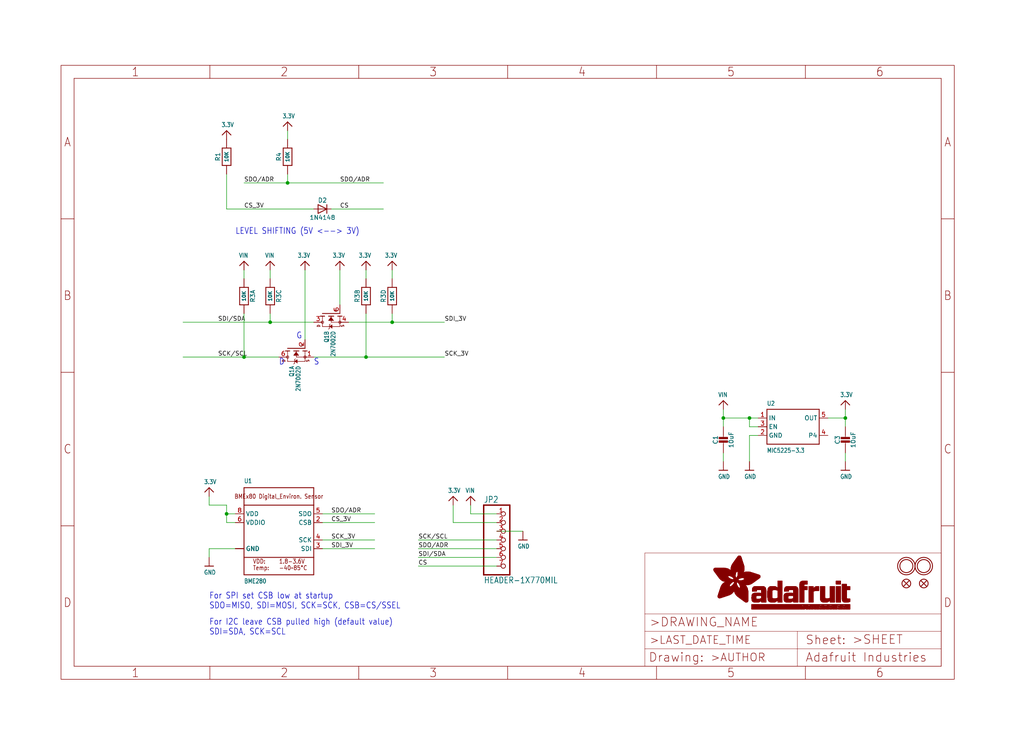
<source format=kicad_sch>
(kicad_sch (version 20211123) (generator eeschema)
  (paper "User" 298.45 217.881)
  (lib_symbols
    (symbol "eagleSchem-eagle-import:3.3V" (power)
      (property "Value" "3.3V" (at -1.524 1.016 0))
      (symbol "3.3V_1_0"
        (pin power_in line (at 0 -2.54 90) (length 2.54) (name "3.3V") (number "1"))
      )
    )
    (symbol "eagleSchem-eagle-import:BME680"
      (property "Reference" "IC" (at -10.16 13.97 0))
      (property "Value" "BME680" (at -10.16 -15.24 0))
      (symbol "BME680_1_0"
        (text "-40~85°C" (at 0 -11.43 0) (effects (font (size 1.27 1.0795)) (justify left bottom)))
        (text "1.8-3.6V" (at 0 -9.525 0) (effects (font (size 1.27 1.0795)) (justify left bottom)))
        (text "BMEx80 Digital_Environ. Sensor" (at 0 10.16 0) (effects (font (size 1.27 1.0795))))
        (text "Temp:" (at -7.62 -11.43 0) (effects (font (size 1.27 1.0795)) (justify left bottom)))
        (text "VDD:" (at -7.62 -9.525 0) (effects (font (size 1.27 1.0795)) (justify left bottom)))
        (pin power_in line (at -12.7 -5.08 0) (length 2.54) (name "GND") (number "1"))
        (pin input line (at 12.7 2.54 180) (length 2.54) (name "CSB") (number "2"))
        (pin input line (at 12.7 -5.08 180) (length 2.54) (name "SDI") (number "3"))
        (pin input line (at 12.7 -2.54 180) (length 2.54) (name "SCK") (number "4"))
        (pin output line (at 12.7 5.08 180) (length 2.54) (name "SDO") (number "5"))
        (pin power_in line (at -12.7 2.54 0) (length 2.54) (name "VDDIO") (number "6"))
        (pin power_in line (at -12.7 -5.08 0) (length 2.54) (name "GND") (number "7"))
        (pin power_in line (at -12.7 5.08 0) (length 2.54) (name "VDD") (number "8"))
      )
    )
    (symbol "eagleSchem-eagle-import:CAP_CERAMIC0805-NOOUTLINE"
      (property "Reference" "C" (at -2.29 1.25 90))
      (property "Value" "CAP_CERAMIC0805-NOOUTLINE" (at 2.3 1.25 90))
      (symbol "CAP_CERAMIC0805-NOOUTLINE_1_0"
        (pin passive line (at 0 5.08 270) (length 2.54) (name "1") (number "1"))
        (pin passive line (at 0 -2.54 90) (length 2.54) (name "2") (number "2"))
      )
    )
    (symbol "eagleSchem-eagle-import:DIODESOD-323"
      (property "Reference" "D" (at 0 2.54 0))
      (property "Value" "DIODESOD-323" (at 0 -2.5 0))
      (symbol "DIODESOD-323_1_0"
        (pin passive line (at -2.54 0 0) (length 2.54) (name "A") (number "A"))
        (pin passive line (at 2.54 0 180) (length 2.54) (name "C") (number "C"))
      )
    )
    (symbol "eagleSchem-eagle-import:FIDUCIAL_1MM")
    (symbol "eagleSchem-eagle-import:FRAME_A4_ADAFRUIT"
      (symbol "FRAME_A4_ADAFRUIT_1_0"
        (text "1" (at 21.6958 1.905 0) (effects (font (size 2.54 2.286))))
        (text "1" (at 21.6958 177.165 0) (effects (font (size 2.54 2.286))))
        (text "2" (at 65.0875 1.905 0) (effects (font (size 2.54 2.286))))
        (text "2" (at 65.0875 177.165 0) (effects (font (size 2.54 2.286))))
        (text "3" (at 108.4792 1.905 0) (effects (font (size 2.54 2.286))))
        (text "3" (at 108.4792 177.165 0) (effects (font (size 2.54 2.286))))
        (text "4" (at 151.8708 1.905 0) (effects (font (size 2.54 2.286))))
        (text "4" (at 151.8708 177.165 0) (effects (font (size 2.54 2.286))))
        (text "5" (at 195.2625 1.905 0) (effects (font (size 2.54 2.286))))
        (text "5" (at 195.2625 177.165 0) (effects (font (size 2.54 2.286))))
        (text "6" (at 238.6542 1.905 0) (effects (font (size 2.54 2.286))))
        (text "6" (at 238.6542 177.165 0) (effects (font (size 2.54 2.286))))
        (text ">AUTHOR" (at 189.23 5.08 0) (effects (font (size 2.286 2.286)) (justify left bottom)))
        (text ">DRAWING_NAME" (at 171.45 15.24 0) (effects (font (size 2.54 2.54)) (justify left bottom)))
        (text ">LAST_DATE_TIME" (at 171.45 10.16 0) (effects (font (size 2.286 2.286)) (justify left bottom)))
        (text ">SHEET" (at 230.505 10.16 0) (effects (font (size 2.54 2.54)) (justify left bottom)))
        (text "A" (at 1.905 156.6863 0) (effects (font (size 2.54 2.286))))
        (text "A" (at 258.445 156.6863 0) (effects (font (size 2.54 2.286))))
        (text "Adafruit Industries" (at 216.916 4.953 0) (effects (font (size 2.54 2.54)) (justify left bottom)))
        (text "B" (at 1.905 111.9188 0) (effects (font (size 2.54 2.286))))
        (text "B" (at 258.445 111.9188 0) (effects (font (size 2.54 2.286))))
        (text "C" (at 1.905 67.1513 0) (effects (font (size 2.54 2.286))))
        (text "C" (at 258.445 67.1513 0) (effects (font (size 2.54 2.286))))
        (text "D" (at 1.905 22.3838 0) (effects (font (size 2.54 2.286))))
        (text "D" (at 258.445 22.3838 0) (effects (font (size 2.54 2.286))))
        (text "Drawing:" (at 171.196 4.953 0) (effects (font (size 2.54 2.54)) (justify left bottom)))
        (text "Sheet:" (at 216.916 10.033 0) (effects (font (size 2.54 2.54)) (justify left bottom)))
      )
    )
    (symbol "eagleSchem-eagle-import:GND" (power)
      (property "Value" "GND" (at -1.524 -2.54 0))
      (symbol "GND_1_0"
        (pin power_in line (at 0 2.54 270) (length 2.54) (name "GND") (number "1"))
      )
    )
    (symbol "eagleSchem-eagle-import:HEADER-1X770MIL"
      (property "Reference" "JP" (at -6.35 10.795 0))
      (property "Value" "HEADER-1X770MIL" (at -6.35 -12.7 0))
      (symbol "HEADER-1X770MIL_1_0"
        (pin passive inverted (at -2.54 7.62 0) (length 2.54) (name "1") (number "1"))
        (pin passive inverted (at -2.54 5.08 0) (length 2.54) (name "2") (number "2"))
        (pin passive inverted (at -2.54 2.54 0) (length 2.54) (name "3") (number "3"))
        (pin passive inverted (at -2.54 0 0) (length 2.54) (name "4") (number "4"))
        (pin passive inverted (at -2.54 -2.54 0) (length 2.54) (name "5") (number "5"))
        (pin passive inverted (at -2.54 -5.08 0) (length 2.54) (name "6") (number "6"))
        (pin passive inverted (at -2.54 -7.62 0) (length 2.54) (name "7") (number "7"))
      )
    )
    (symbol "eagleSchem-eagle-import:MOSFET-N_DUAL"
      (property "Reference" "Q" (at 5.08 0.635 0))
      (property "Value" "MOSFET-N_DUAL" (at 5.08 -1.27 0))
      (symbol "MOSFET-N_DUAL_1_0"
        (text "D" (at 3.175 3.175 0) (effects (font (size 0.8128 0.6908)) (justify left bottom)))
        (text "G" (at -1.27 -1.905 0) (effects (font (size 0.8128 0.6908)) (justify left bottom)))
        (text "S" (at 3.175 -3.81 0) (effects (font (size 0.8128 0.6908)) (justify left bottom)))
        (pin bidirectional line (at 2.54 -5.08 90) (length 2.54) (name "S") (number "1"))
        (pin bidirectional line (at -2.54 -2.54 0) (length 2.54) (name "G") (number "2"))
        (pin bidirectional line (at 2.54 5.08 270) (length 2.54) (name "D") (number "6"))
      )
      (symbol "MOSFET-N_DUAL_2_0"
        (text "D" (at 3.175 3.175 0) (effects (font (size 0.8128 0.6908)) (justify left bottom)))
        (text "G" (at -1.27 -1.905 0) (effects (font (size 0.8128 0.6908)) (justify left bottom)))
        (text "S" (at 3.175 -3.81 0) (effects (font (size 0.8128 0.6908)) (justify left bottom)))
        (pin bidirectional line (at 2.54 5.08 270) (length 2.54) (name "D") (number "3"))
        (pin bidirectional line (at 2.54 -5.08 90) (length 2.54) (name "S") (number "4"))
        (pin bidirectional line (at -2.54 -2.54 0) (length 2.54) (name "G") (number "5"))
      )
    )
    (symbol "eagleSchem-eagle-import:MOUNTINGHOLE2.0")
    (symbol "eagleSchem-eagle-import:RESISTOR_0603_NOOUT"
      (property "Reference" "R" (at 0 2.54 0))
      (property "Value" "RESISTOR_0603_NOOUT" (at 0 0 0))
      (symbol "RESISTOR_0603_NOOUT_1_0"
        (pin passive line (at -5.08 0 0) (length 2.54) (name "1") (number "1"))
        (pin passive line (at 5.08 0 180) (length 2.54) (name "2") (number "2"))
      )
    )
    (symbol "eagleSchem-eagle-import:RESISTOR_4PACK"
      (property "Reference" "R" (at 0 2.54 0))
      (property "Value" "RESISTOR_4PACK" (at 0 0 0))
      (symbol "RESISTOR_4PACK_1_0"
        (pin passive line (at -5.08 0 0) (length 2.54) (name "1") (number "1"))
        (pin passive line (at 5.08 0 180) (length 2.54) (name "2") (number "8"))
      )
      (symbol "RESISTOR_4PACK_2_0"
        (pin passive line (at -5.08 0 0) (length 2.54) (name "1") (number "2"))
        (pin passive line (at 5.08 0 180) (length 2.54) (name "2") (number "7"))
      )
      (symbol "RESISTOR_4PACK_3_0"
        (pin passive line (at -5.08 0 0) (length 2.54) (name "1") (number "3"))
        (pin passive line (at 5.08 0 180) (length 2.54) (name "2") (number "6"))
      )
      (symbol "RESISTOR_4PACK_4_0"
        (pin passive line (at -5.08 0 0) (length 2.54) (name "1") (number "4"))
        (pin passive line (at 5.08 0 180) (length 2.54) (name "2") (number "5"))
      )
    )
    (symbol "eagleSchem-eagle-import:VIN" (power)
      (property "Value" "VIN" (at -1.524 1.016 0))
      (symbol "VIN_1_0"
        (pin power_in line (at 0 -2.54 90) (length 2.54) (name "VIN") (number "1"))
      )
    )
    (symbol "eagleSchem-eagle-import:VREG_SOT23-5"
      (property "Reference" "U" (at -7.62 6.096 0))
      (property "Value" "VREG_SOT23-5" (at -7.62 -7.62 0))
      (symbol "VREG_SOT23-5_1_0"
        (pin power_in line (at -10.16 2.54 0) (length 2.54) (name "IN") (number "1"))
        (pin power_in line (at -10.16 -2.54 0) (length 2.54) (name "GND") (number "2"))
        (pin input line (at -10.16 0 0) (length 2.54) (name "EN") (number "3"))
        (pin bidirectional line (at 10.16 -2.54 180) (length 2.54) (name "P4") (number "4"))
        (pin power_in line (at 10.16 2.54 180) (length 2.54) (name "OUT") (number "5"))
      )
    )
  )
  (junction (at 246.38 121.92))
  (junction (at 218.44 121.92))
  (junction (at 66.04 149.86))
  (junction (at 210.82 121.92))
  (junction (at 71.12 104.14))
  (junction (at 78.74 93.98))
  (junction (at 114.3 93.98))
  (junction (at 106.68 104.14))
  (junction (at 83.82 53.34))
  (wire (pts (xy 132.08 152.4) (xy 132.08 147.32)))
  (wire (pts (xy 93.98 152.4) (xy 109.22 152.4)))
  (wire (pts (xy 210.82 121.92) (xy 210.82 124.46)))
  (wire (pts (xy 114.3 81.28) (xy 114.3 78.74)))
  (wire (pts (xy 78.74 93.98) (xy 53.34 93.98)))
  (wire (pts (xy 66.04 149.86) (xy 66.04 152.4)))
  (wire (pts (xy 109.22 157.48) (xy 93.98 157.48)))
  (wire (pts (xy 93.98 160.02) (xy 109.22 160.02)))
  (wire (pts (xy 78.74 91.44) (xy 78.74 93.98)))
  (wire (pts (xy 210.82 132.08) (xy 210.82 134.62)))
  (wire (pts (xy 246.38 121.92) (xy 246.38 124.46)))
  (wire (pts (xy 218.44 121.92) (xy 210.82 121.92)))
  (wire (pts (xy 60.96 144.78) (xy 60.96 147.32)))
  (wire (pts (xy 114.3 91.44) (xy 114.3 93.98)))
  (wire (pts (xy 144.78 157.48) (xy 121.92 157.48)))
  (wire (pts (xy 241.3 121.92) (xy 246.38 121.92)))
  (wire (pts (xy 71.12 104.14) (xy 53.34 104.14)))
  (wire (pts (xy 83.82 38.1) (xy 83.82 40.64)))
  (wire (pts (xy 144.78 165.1) (xy 121.92 165.1)))
  (wire (pts (xy 83.82 53.34) (xy 71.12 53.34)))
  (wire (pts (xy 83.82 53.34) (xy 111.76 53.34)))
  (wire (pts (xy 106.68 91.44) (xy 106.68 104.14)))
  (wire (pts (xy 220.98 127) (xy 218.44 127)))
  (wire (pts (xy 106.68 104.14) (xy 129.54 104.14)))
  (wire (pts (xy 66.04 60.96) (xy 66.04 50.8)))
  (wire (pts (xy 220.98 124.46) (xy 218.44 124.46)))
  (wire (pts (xy 99.06 88.9) (xy 99.06 78.74)))
  (wire (pts (xy 66.04 152.4) (xy 68.58 152.4)))
  (wire (pts (xy 78.74 81.28) (xy 78.74 78.74)))
  (wire (pts (xy 60.96 147.32) (xy 66.04 147.32)))
  (wire (pts (xy 60.96 160.02) (xy 68.58 160.02)))
  (wire (pts (xy 88.9 99.06) (xy 88.9 78.74)))
  (wire (pts (xy 81.28 104.14) (xy 71.12 104.14)))
  (wire (pts (xy 144.78 149.86) (xy 137.16 149.86)))
  (wire (pts (xy 66.04 147.32) (xy 66.04 149.86)))
  (wire (pts (xy 137.16 149.86) (xy 137.16 147.32)))
  (wire (pts (xy 68.58 149.86) (xy 66.04 149.86)))
  (wire (pts (xy 106.68 81.28) (xy 106.68 78.74)))
  (wire (pts (xy 144.78 152.4) (xy 132.08 152.4)))
  (wire (pts (xy 144.78 160.02) (xy 121.92 160.02)))
  (wire (pts (xy 91.44 93.98) (xy 78.74 93.98)))
  (wire (pts (xy 96.52 60.96) (xy 111.76 60.96)))
  (wire (pts (xy 144.78 154.94) (xy 152.4 154.94)))
  (wire (pts (xy 91.44 60.96) (xy 66.04 60.96)))
  (wire (pts (xy 71.12 78.74) (xy 71.12 81.28)))
  (wire (pts (xy 91.44 104.14) (xy 106.68 104.14)))
  (wire (pts (xy 101.6 93.98) (xy 114.3 93.98)))
  (wire (pts (xy 144.78 162.56) (xy 121.92 162.56)))
  (wire (pts (xy 220.98 121.92) (xy 218.44 121.92)))
  (wire (pts (xy 60.96 160.02) (xy 60.96 162.56)))
  (wire (pts (xy 114.3 93.98) (xy 129.54 93.98)))
  (wire (pts (xy 246.38 121.92) (xy 246.38 119.38)))
  (wire (pts (xy 218.44 124.46) (xy 218.44 121.92)))
  (wire (pts (xy 210.82 121.92) (xy 210.82 119.38)))
  (wire (pts (xy 71.12 91.44) (xy 71.12 104.14)))
  (wire (pts (xy 218.44 127) (xy 218.44 134.62)))
  (wire (pts (xy 83.82 50.8) (xy 83.82 53.34)))
  (wire (pts (xy 93.98 149.86) (xy 109.22 149.86)))
  (wire (pts (xy 246.38 132.08) (xy 246.38 134.62)))
  (text "For SPI set CSB low at startup\nSDO=MISO, SDI=MOSI, SCK=SCK, CSB=CS/SSEL" (at 60.96 177.8 180) (effects (font (size 1.778 1.5113)) (justify left bottom)))
  (text "D" (at 81.28 106.68 180) (effects (font (size 1.778 1.5113)) (justify left bottom)))
  (text "LEVEL SHIFTING (5V <--> 3V)" (at 68.58 68.58 180) (effects (font (size 1.778 1.5113)) (justify left bottom)))
  (text "S" (at 91.44 106.68 180) (effects (font (size 1.778 1.5113)) (justify left bottom)))
  (text "For I2C leave CSB pulled high (default value)\nSDI=SDA, SCK=SCL" (at 60.96 185.42 180) (effects (font (size 1.778 1.5113)) (justify left bottom)))
  (text "G" (at 86.36 99.06 180) (effects (font (size 1.778 1.5113)) (justify left bottom)))
  (label "CS" (at 99.06 60.96 0) (effects (font (size 1.2446 1.2446))))
  (label "SDO/ADR" (at 99.06 53.34 0) (effects (font (size 1.2446 1.2446))))
  (label "SDO/ADR" (at 71.12 53.34 0) (effects (font (size 1.2446 1.2446))))
  (label "CS" (at 121.92 165.1 0) (effects (font (size 1.2446 1.2446))))
  (label "SCK_3V" (at 96.52 157.48 0) (effects (font (size 1.2446 1.2446))))
  (label "SDI_3V" (at 96.52 160.02 0) (effects (font (size 1.2446 1.2446))))
  (label "CS_3V" (at 71.12 60.96 0) (effects (font (size 1.2446 1.2446))))
  (label "SCK/SCL" (at 63.5 104.14 0) (effects (font (size 1.2446 1.2446))))
  (label "SDI/SDA" (at 121.92 162.56 0) (effects (font (size 1.2446 1.2446))))
  (label "SDO/ADR" (at 96.52 149.86 0) (effects (font (size 1.2446 1.2446))))
  (label "SDI/SDA" (at 63.5 93.98 0) (effects (font (size 1.2446 1.2446))))
  (label "SDO/ADR" (at 121.92 160.02 0) (effects (font (size 1.2446 1.2446))))
  (label "SCK_3V" (at 129.54 104.14 0) (effects (font (size 1.2446 1.2446))))
  (label "SCK/SCL" (at 121.92 157.48 0) (effects (font (size 1.2446 1.2446))))
  (label "SDI_3V" (at 129.54 93.98 0) (effects (font (size 1.2446 1.2446))))
  (label "CS_3V" (at 96.52 152.4 0) (effects (font (size 1.2446 1.2446))))
  (symbol (lib_id "eagleSchem-eagle-import:3.3V") (at 60.96 142.24 0) (unit 1)
    (property "Reference" "#U$12" (effects hide))
    (property "Value" "3.3V" (at 59.436 141.224 0) (effects (font (size 1.27 1.0795)) (justify left bottom)))
    (property "Footprint" "eagleSchem:" (effects hide))
  )
  (symbol (lib_id "eagleSchem-eagle-import:FIDUCIAL_1MM") (at 264.16 170.18 0) (unit 1)
    (property "Reference" "U$5" (effects hide))
    (property "Value" "FIDUCIAL_1MM" (effects hide))
    (property "Footprint" "eagleSchem:FIDUCIAL_1MM" (effects hide))
  )
  (symbol (lib_id "eagleSchem-eagle-import:VREG_SOT23-5") (at 231.14 124.46 0) (unit 1)
    (property "Reference" "U2" (at 223.52 118.364 0) (effects (font (size 1.27 1.0795)) (justify left bottom)))
    (property "Value" "MIC5225-3.3" (at 223.52 132.08 0) (effects (font (size 1.27 1.0795)) (justify left bottom)))
    (property "Footprint" "eagleSchem:SOT23-5" (effects hide))
  )
  (symbol (lib_id "eagleSchem-eagle-import:RESISTOR_0603_NOOUT") (at 83.82 45.72 90) (unit 1)
    (property "Reference" "R4" (at 81.28 45.72 0))
    (property "Value" "10K" (at 83.82 45.72 0) (effects (font (size 1.016 1.016) bold)))
    (property "Footprint" "eagleSchem:0603-NO" (effects hide))
  )
  (symbol (lib_id "eagleSchem-eagle-import:VIN") (at 137.16 144.78 0) (unit 1)
    (property "Reference" "#U$9" (effects hide))
    (property "Value" "VIN" (at 135.636 143.764 0) (effects (font (size 1.27 1.0795)) (justify left bottom)))
    (property "Footprint" "eagleSchem:" (effects hide))
  )
  (symbol (lib_id "eagleSchem-eagle-import:3.3V") (at 246.38 116.84 0) (unit 1)
    (property "Reference" "#U$17" (effects hide))
    (property "Value" "3.3V" (at 244.856 115.824 0) (effects (font (size 1.27 1.0795)) (justify left bottom)))
    (property "Footprint" "eagleSchem:" (effects hide))
  )
  (symbol (lib_id "eagleSchem-eagle-import:3.3V") (at 83.82 35.56 0) (unit 1)
    (property "Reference" "#U$25" (effects hide))
    (property "Value" "3.3V" (at 82.296 34.544 0) (effects (font (size 1.27 1.0795)) (justify left bottom)))
    (property "Footprint" "eagleSchem:" (effects hide))
  )
  (symbol (lib_id "eagleSchem-eagle-import:3.3V") (at 132.08 144.78 0) (unit 1)
    (property "Reference" "#U$10" (effects hide))
    (property "Value" "3.3V" (at 130.556 143.764 0) (effects (font (size 1.27 1.0795)) (justify left bottom)))
    (property "Footprint" "eagleSchem:" (effects hide))
  )
  (symbol (lib_id "eagleSchem-eagle-import:DIODESOD-323") (at 93.98 60.96 0) (unit 1)
    (property "Reference" "D2" (at 93.98 58.42 0))
    (property "Value" "1N4148" (at 93.98 63.46 0))
    (property "Footprint" "eagleSchem:SOD-323" (effects hide))
  )
  (symbol (lib_id "eagleSchem-eagle-import:FIDUCIAL_1MM") (at 269.24 170.18 0) (unit 1)
    (property "Reference" "U$15" (effects hide))
    (property "Value" "FIDUCIAL_1MM" (effects hide))
    (property "Footprint" "eagleSchem:FIDUCIAL_1MM" (effects hide))
  )
  (symbol (lib_id "eagleSchem-eagle-import:GND") (at 152.4 157.48 0) (unit 1)
    (property "Reference" "#U$4" (effects hide))
    (property "Value" "GND" (at 150.876 160.02 0) (effects (font (size 1.27 1.0795)) (justify left bottom)))
    (property "Footprint" "eagleSchem:" (effects hide))
  )
  (symbol (lib_id "eagleSchem-eagle-import:MOSFET-N_DUAL") (at 96.52 91.44 90) (mirror x) (unit 2)
    (property "Reference" "Q1" (at 95.885 96.52 0) (effects (font (size 1.27 1.0795)) (justify left bottom)))
    (property "Value" "2N7002D" (at 97.79 96.52 0) (effects (font (size 1.27 1.0795)) (justify left bottom)))
    (property "Footprint" "eagleSchem:SOT363" (effects hide))
  )
  (symbol (lib_id "eagleSchem-eagle-import:RESISTOR_0603_NOOUT") (at 66.04 45.72 90) (unit 1)
    (property "Reference" "R1" (at 63.5 45.72 0))
    (property "Value" "10K" (at 66.04 45.72 0) (effects (font (size 1.016 1.016) bold)))
    (property "Footprint" "eagleSchem:0603-NO" (effects hide))
  )
  (symbol (lib_id "eagleSchem-eagle-import:FRAME_A4_ADAFRUIT") (at 17.78 198.12 0) (unit 1)
    (property "Reference" "#U$1" (effects hide))
    (property "Value" "FRAME_A4_ADAFRUIT" (effects hide))
    (property "Footprint" "eagleSchem:" (effects hide))
  )
  (symbol (lib_id "eagleSchem-eagle-import:VIN") (at 78.74 76.2 0) (unit 1)
    (property "Reference" "#U$28" (effects hide))
    (property "Value" "VIN" (at 77.216 75.184 0) (effects (font (size 1.27 1.0795)) (justify left bottom)))
    (property "Footprint" "eagleSchem:" (effects hide))
  )
  (symbol (lib_id "eagleSchem-eagle-import:RESISTOR_4PACK") (at 106.68 86.36 90) (mirror x) (unit 2)
    (property "Reference" "R3" (at 104.14 86.36 0))
    (property "Value" "10K" (at 106.68 86.36 0) (effects (font (size 1.016 1.016) bold)))
    (property "Footprint" "eagleSchem:RESPACK_4X0603" (effects hide))
  )
  (symbol (lib_id "eagleSchem-eagle-import:3.3V") (at 114.3 76.2 0) (mirror y) (unit 1)
    (property "Reference" "#U$21" (effects hide))
    (property "Value" "3.3V" (at 115.824 75.184 0) (effects (font (size 1.27 1.0795)) (justify left bottom)))
    (property "Footprint" "eagleSchem:" (effects hide))
  )
  (symbol (lib_id "eagleSchem-eagle-import:MOUNTINGHOLE2.0") (at 269.24 165.1 0) (unit 1)
    (property "Reference" "U$7" (effects hide))
    (property "Value" "MOUNTINGHOLE2.0" (effects hide))
    (property "Footprint" "eagleSchem:MOUNTINGHOLE_2.0_PLATED" (effects hide))
  )
  (symbol (lib_id "eagleSchem-eagle-import:CAP_CERAMIC0805-NOOUTLINE") (at 246.38 129.54 0) (unit 1)
    (property "Reference" "C3" (at 244.09 128.29 90))
    (property "Value" "10uF" (at 248.68 128.29 90))
    (property "Footprint" "eagleSchem:0805-NO" (effects hide))
  )
  (symbol (lib_id "eagleSchem-eagle-import:HEADER-1X770MIL") (at 147.32 157.48 0) (unit 1)
    (property "Reference" "JP2" (at 140.97 146.685 0) (effects (font (size 1.778 1.5113)) (justify left bottom)))
    (property "Value" "HEADER-1X770MIL" (at 140.97 170.18 0) (effects (font (size 1.778 1.5113)) (justify left bottom)))
    (property "Footprint" "eagleSchem:1X07_ROUND_70" (effects hide))
  )
  (symbol (lib_id "eagleSchem-eagle-import:RESISTOR_4PACK") (at 78.74 86.36 270) (unit 3)
    (property "Reference" "R3" (at 81.28 86.36 0))
    (property "Value" "10K" (at 78.74 86.36 0) (effects (font (size 1.016 1.016) bold)))
    (property "Footprint" "eagleSchem:RESPACK_4X0603" (effects hide))
  )
  (symbol (lib_id "eagleSchem-eagle-import:3.3V") (at 99.06 76.2 0) (mirror y) (unit 1)
    (property "Reference" "#U$27" (effects hide))
    (property "Value" "3.3V" (at 100.584 75.184 0) (effects (font (size 1.27 1.0795)) (justify left bottom)))
    (property "Footprint" "eagleSchem:" (effects hide))
  )
  (symbol (lib_id "eagleSchem-eagle-import:RESISTOR_4PACK") (at 71.12 86.36 270) (unit 1)
    (property "Reference" "R3" (at 73.66 86.36 0))
    (property "Value" "10K" (at 71.12 86.36 0) (effects (font (size 1.016 1.016) bold)))
    (property "Footprint" "eagleSchem:RESPACK_4X0603" (effects hide))
  )
  (symbol (lib_id "eagleSchem-eagle-import:RESISTOR_4PACK") (at 114.3 86.36 90) (mirror x) (unit 4)
    (property "Reference" "R3" (at 111.76 86.36 0))
    (property "Value" "10K" (at 114.3 86.36 0) (effects (font (size 1.016 1.016) bold)))
    (property "Footprint" "eagleSchem:RESPACK_4X0603" (effects hide))
  )
  (symbol (lib_id "eagleSchem-eagle-import:CAP_CERAMIC0805-NOOUTLINE") (at 210.82 129.54 0) (unit 1)
    (property "Reference" "C1" (at 208.53 128.29 90))
    (property "Value" "10uF" (at 213.12 128.29 90))
    (property "Footprint" "eagleSchem:0805-NO" (effects hide))
  )
  (symbol (lib_id "eagleSchem-eagle-import:BME680") (at 81.28 154.94 0) (unit 1)
    (property "Reference" "U1" (at 71.12 140.97 0) (effects (font (size 1.27 1.0795)) (justify left bottom)))
    (property "Value" "BME280" (at 71.12 170.18 0) (effects (font (size 1.27 1.0795)) (justify left bottom)))
    (property "Footprint" "eagleSchem:BME680" (effects hide))
  )
  (symbol (lib_id "eagleSchem-eagle-import:GND") (at 60.96 165.1 0) (unit 1)
    (property "Reference" "#U$3" (effects hide))
    (property "Value" "GND" (at 59.436 167.64 0) (effects (font (size 1.27 1.0795)) (justify left bottom)))
    (property "Footprint" "eagleSchem:" (effects hide))
  )
  (symbol (lib_id "eagleSchem-eagle-import:GND") (at 210.82 137.16 0) (unit 1)
    (property "Reference" "#U$13" (effects hide))
    (property "Value" "GND" (at 209.296 139.7 0) (effects (font (size 1.27 1.0795)) (justify left bottom)))
    (property "Footprint" "eagleSchem:" (effects hide))
  )
  (symbol (lib_id "eagleSchem-eagle-import:VIN") (at 71.12 76.2 0) (unit 1)
    (property "Reference" "#U$29" (effects hide))
    (property "Value" "VIN" (at 69.596 75.184 0) (effects (font (size 1.27 1.0795)) (justify left bottom)))
    (property "Footprint" "eagleSchem:" (effects hide))
  )
  (symbol (lib_id "eagleSchem-eagle-import:GND") (at 218.44 137.16 0) (unit 1)
    (property "Reference" "#U$14" (effects hide))
    (property "Value" "GND" (at 216.916 139.7 0) (effects (font (size 1.27 1.0795)) (justify left bottom)))
    (property "Footprint" "eagleSchem:" (effects hide))
  )
  (symbol (lib_id "eagleSchem-eagle-import:VIN") (at 210.82 116.84 0) (unit 1)
    (property "Reference" "#U$11" (effects hide))
    (property "Value" "VIN" (at 209.296 115.824 0) (effects (font (size 1.27 1.0795)) (justify left bottom)))
    (property "Footprint" "eagleSchem:" (effects hide))
  )
  (symbol (lib_id "eagleSchem-eagle-import:MOUNTINGHOLE2.0") (at 264.16 165.1 0) (unit 1)
    (property "Reference" "U$8" (effects hide))
    (property "Value" "MOUNTINGHOLE2.0" (effects hide))
    (property "Footprint" "eagleSchem:MOUNTINGHOLE_2.0_PLATED" (effects hide))
  )
  (symbol (lib_id "eagleSchem-eagle-import:GND") (at 246.38 137.16 0) (unit 1)
    (property "Reference" "#U$16" (effects hide))
    (property "Value" "GND" (at 244.856 139.7 0) (effects (font (size 1.27 1.0795)) (justify left bottom)))
    (property "Footprint" "eagleSchem:" (effects hide))
  )
  (symbol (lib_id "eagleSchem-eagle-import:3.3V") (at 88.9 76.2 0) (mirror y) (unit 1)
    (property "Reference" "#U$26" (effects hide))
    (property "Value" "3.3V" (at 90.424 75.184 0) (effects (font (size 1.27 1.0795)) (justify left bottom)))
    (property "Footprint" "eagleSchem:" (effects hide))
  )
  (symbol (lib_id "eagleSchem-eagle-import:MOSFET-N_DUAL") (at 86.36 101.6 90) (mirror x) (unit 1)
    (property "Reference" "Q1" (at 85.725 106.68 0) (effects (font (size 1.27 1.0795)) (justify left bottom)))
    (property "Value" "2N7002D" (at 87.63 106.68 0) (effects (font (size 1.27 1.0795)) (justify left bottom)))
    (property "Footprint" "eagleSchem:SOT363" (effects hide))
  )
  (symbol (lib_id "eagleSchem-eagle-import:3.3V") (at 106.68 76.2 0) (mirror y) (unit 1)
    (property "Reference" "#U$24" (effects hide))
    (property "Value" "3.3V" (at 108.204 75.184 0) (effects (font (size 1.27 1.0795)) (justify left bottom)))
    (property "Footprint" "eagleSchem:" (effects hide))
  )
  (symbol (lib_id "eagleSchem-eagle-import:3.3V") (at 66.04 38.1 0) (unit 1)
    (property "Reference" "#U$18" (effects hide))
    (property "Value" "3.3V" (at 64.516 37.084 0) (effects (font (size 1.27 1.0795)) (justify left bottom)))
    (property "Footprint" "eagleSchem:" (effects hide))
  )
)
</source>
